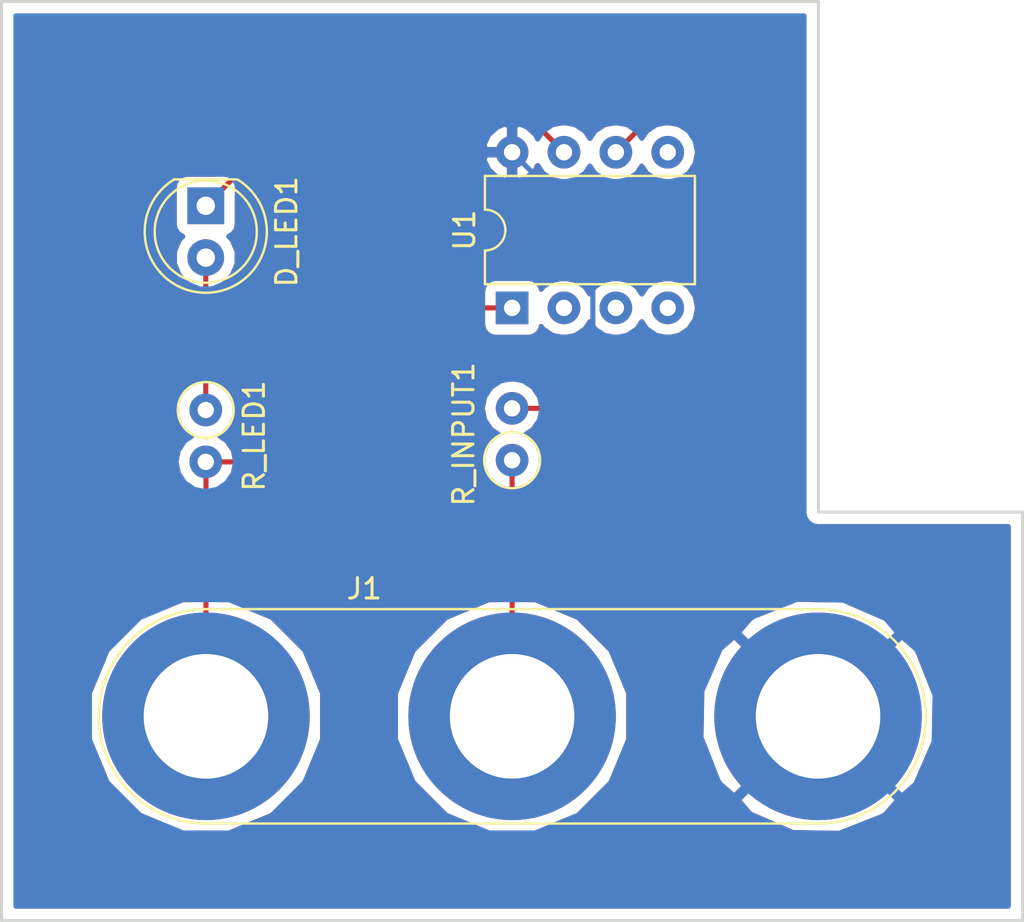
<source format=kicad_pcb>
(kicad_pcb (version 20171130) (host pcbnew "(5.0.1-3-g963ef8bb5)")

  (general
    (thickness 1.6)
    (drawings 6)
    (tracks 18)
    (zones 0)
    (modules 5)
    (nets 11)
  )

  (page A4)
  (title_block
    (title "Layout Schematic Example")
    (rev 0.0.1)
    (company "IEEE UCI")
    (comment 1 "Josue Galeas")
  )

  (layers
    (0 F.Cu signal)
    (31 B.Cu signal)
    (32 B.Adhes user)
    (33 F.Adhes user)
    (34 B.Paste user)
    (35 F.Paste user)
    (36 B.SilkS user)
    (37 F.SilkS user)
    (38 B.Mask user)
    (39 F.Mask user)
    (40 Dwgs.User user)
    (41 Cmts.User user)
    (42 Eco1.User user)
    (43 Eco2.User user)
    (44 Edge.Cuts user)
    (45 Margin user)
    (46 B.CrtYd user)
    (47 F.CrtYd user)
    (48 B.Fab user)
    (49 F.Fab user)
  )

  (setup
    (last_trace_width 0.25)
    (trace_clearance 0.2)
    (zone_clearance 0.508)
    (zone_45_only no)
    (trace_min 0.2)
    (segment_width 0.2)
    (edge_width 0.15)
    (via_size 0.8)
    (via_drill 0.4)
    (via_min_size 0.4)
    (via_min_drill 0.3)
    (uvia_size 0.3)
    (uvia_drill 0.1)
    (uvias_allowed no)
    (uvia_min_size 0.2)
    (uvia_min_drill 0.1)
    (pcb_text_width 0.3)
    (pcb_text_size 1.5 1.5)
    (mod_edge_width 0.15)
    (mod_text_size 1 1)
    (mod_text_width 0.15)
    (pad_size 1.524 1.524)
    (pad_drill 0.762)
    (pad_to_mask_clearance 0.051)
    (solder_mask_min_width 0.25)
    (aux_axis_origin 0 0)
    (visible_elements FFFFFF7F)
    (pcbplotparams
      (layerselection 0x010fc_ffffffff)
      (usegerberextensions false)
      (usegerberattributes false)
      (usegerberadvancedattributes false)
      (creategerberjobfile false)
      (excludeedgelayer true)
      (linewidth 0.100000)
      (plotframeref false)
      (viasonmask false)
      (mode 1)
      (useauxorigin false)
      (hpglpennumber 1)
      (hpglpenspeed 20)
      (hpglpendiameter 15.000000)
      (psnegative false)
      (psa4output false)
      (plotreference true)
      (plotvalue true)
      (plotinvisibletext false)
      (padsonsilk false)
      (subtractmaskfromsilk false)
      (outputformat 1)
      (mirror false)
      (drillshape 0)
      (scaleselection 1)
      (outputdirectory "GerberFiles/"))
  )

  (net 0 "")
  (net 1 "Net-(D_LED1-Pad1)")
  (net 2 "Net-(D_LED1-Pad2)")
  (net 3 VCC)
  (net 4 GND)
  (net 5 "Net-(J1-Pad2)")
  (net 6 /Input)
  (net 7 "Net-(U1-Pad5)")
  (net 8 "Net-(U1-Pad2)")
  (net 9 "Net-(U1-Pad3)")
  (net 10 "Net-(U1-Pad4)")

  (net_class Default "This is the default net class."
    (clearance 0.2)
    (trace_width 0.25)
    (via_dia 0.8)
    (via_drill 0.4)
    (uvia_dia 0.3)
    (uvia_drill 0.1)
    (add_net /Input)
    (add_net GND)
    (add_net "Net-(D_LED1-Pad1)")
    (add_net "Net-(D_LED1-Pad2)")
    (add_net "Net-(J1-Pad2)")
    (add_net "Net-(U1-Pad2)")
    (add_net "Net-(U1-Pad3)")
    (add_net "Net-(U1-Pad4)")
    (add_net "Net-(U1-Pad5)")
    (add_net VCC)
  )

  (module LED_THT:LED_D5.0mm (layer F.Cu) (tedit 5995936A) (tstamp 5C09E3D8)
    (at 130 100 270)
    (descr "LED, diameter 5.0mm, 2 pins, http://cdn-reichelt.de/documents/datenblatt/A500/LL-504BC2E-009.pdf")
    (tags "LED diameter 5.0mm 2 pins")
    (path /5BFD8090)
    (fp_text reference D_LED1 (at 1.27 -3.96 270) (layer F.SilkS)
      (effects (font (size 1 1) (thickness 0.15)))
    )
    (fp_text value LED (at 1.27 3.96 270) (layer F.Fab)
      (effects (font (size 1 1) (thickness 0.15)))
    )
    (fp_arc (start 1.27 0) (end -1.23 -1.469694) (angle 299.1) (layer F.Fab) (width 0.1))
    (fp_arc (start 1.27 0) (end -1.29 -1.54483) (angle 148.9) (layer F.SilkS) (width 0.12))
    (fp_arc (start 1.27 0) (end -1.29 1.54483) (angle -148.9) (layer F.SilkS) (width 0.12))
    (fp_circle (center 1.27 0) (end 3.77 0) (layer F.Fab) (width 0.1))
    (fp_circle (center 1.27 0) (end 3.77 0) (layer F.SilkS) (width 0.12))
    (fp_line (start -1.23 -1.469694) (end -1.23 1.469694) (layer F.Fab) (width 0.1))
    (fp_line (start -1.29 -1.545) (end -1.29 1.545) (layer F.SilkS) (width 0.12))
    (fp_line (start -1.95 -3.25) (end -1.95 3.25) (layer F.CrtYd) (width 0.05))
    (fp_line (start -1.95 3.25) (end 4.5 3.25) (layer F.CrtYd) (width 0.05))
    (fp_line (start 4.5 3.25) (end 4.5 -3.25) (layer F.CrtYd) (width 0.05))
    (fp_line (start 4.5 -3.25) (end -1.95 -3.25) (layer F.CrtYd) (width 0.05))
    (fp_text user %R (at 1.25 0 270) (layer F.Fab)
      (effects (font (size 0.8 0.8) (thickness 0.2)))
    )
    (pad 1 thru_hole rect (at 0 0 270) (size 1.8 1.8) (drill 0.9) (layers *.Cu *.Mask)
      (net 1 "Net-(D_LED1-Pad1)"))
    (pad 2 thru_hole circle (at 2.54 0 270) (size 1.8 1.8) (drill 0.9) (layers *.Cu *.Mask)
      (net 2 "Net-(D_LED1-Pad2)"))
    (model ${KISYS3DMOD}/LED_THT.3dshapes/LED_D5.0mm.wrl
      (at (xyz 0 0 0))
      (scale (xyz 1 1 1))
      (rotate (xyz 0 0 0))
    )
  )

  (module Connector:Banana_Jack_3Pin (layer F.Cu) (tedit 5A1AB217) (tstamp 5C09E3EE)
    (at 130.01 125)
    (descr "Triple banana socket, footprint - 3 x 6mm drills")
    (tags "banana socket")
    (path /5BFD9658)
    (fp_text reference J1 (at 7.75 -6.25) (layer F.SilkS)
      (effects (font (size 1 1) (thickness 0.15)))
    )
    (fp_text value Conn_01x03_Female (at 22.5 -6.25) (layer F.Fab)
      (effects (font (size 1 1) (thickness 0.15)))
    )
    (fp_text user %R (at 14.99 0) (layer F.Fab)
      (effects (font (size 0.8 0.8) (thickness 0.12)))
    )
    (fp_line (start 30 5.5) (end 0 5.5) (layer F.CrtYd) (width 0.05))
    (fp_line (start 0 -5.5) (end 30 -5.5) (layer F.CrtYd) (width 0.05))
    (fp_line (start 0 5.25) (end 30 5.25) (layer F.SilkS) (width 0.12))
    (fp_line (start 30 -5.25) (end 0 -5.25) (layer F.SilkS) (width 0.12))
    (fp_circle (center 30 0) (end 30 -2) (layer F.Fab) (width 0.1))
    (fp_circle (center 30 0) (end 30 -4.75) (layer F.Fab) (width 0.1))
    (fp_circle (center 15 0) (end 19.75 0) (layer F.Fab) (width 0.1))
    (fp_circle (center 15 0) (end 17 0) (layer F.Fab) (width 0.1))
    (fp_circle (center 0 0) (end 4.75 0) (layer F.Fab) (width 0.1))
    (fp_circle (center 0 0) (end 2 0) (layer F.Fab) (width 0.1))
    (fp_arc (start 0 0) (end 0 5.5) (angle 180) (layer F.CrtYd) (width 0.05))
    (fp_arc (start 30 0) (end 30 -5.5) (angle 180) (layer F.CrtYd) (width 0.05))
    (fp_arc (start 30 0) (end 30 -5.25) (angle 180) (layer F.SilkS) (width 0.12))
    (fp_arc (start 0 0) (end 0 5.25) (angle 180) (layer F.SilkS) (width 0.12))
    (pad 1 thru_hole circle (at 0 0) (size 10.16 10.16) (drill 6.1) (layers *.Cu *.Mask)
      (net 3 VCC))
    (pad 3 thru_hole circle (at 29.97 0) (size 10.16 10.16) (drill 6.1) (layers *.Cu *.Mask)
      (net 4 GND))
    (pad 2 thru_hole circle (at 14.99 0) (size 10.16 10.16) (drill 6.1) (layers *.Cu *.Mask)
      (net 5 "Net-(J1-Pad2)"))
    (model ${KISYS3DMOD}/Connector.3dshapes/Banana_Jack_3Pin.wrl
      (offset (xyz 14.9999997746626 0 0))
      (scale (xyz 2 2 2))
      (rotate (xyz 0 0 0))
    )
  )

  (module Resistor_THT:R_Axial_DIN0207_L6.3mm_D2.5mm_P2.54mm_Vertical (layer F.Cu) (tedit 5AE5139B) (tstamp 5C09E7FD)
    (at 145 112.46 90)
    (descr "Resistor, Axial_DIN0207 series, Axial, Vertical, pin pitch=2.54mm, 0.25W = 1/4W, length*diameter=6.3*2.5mm^2, http://cdn-reichelt.de/documents/datenblatt/B400/1_4W%23YAG.pdf")
    (tags "Resistor Axial_DIN0207 series Axial Vertical pin pitch 2.54mm 0.25W = 1/4W length 6.3mm diameter 2.5mm")
    (path /5BFD81E4)
    (fp_text reference R_INPUT1 (at 1.27 -2.37 90) (layer F.SilkS)
      (effects (font (size 1 1) (thickness 0.15)))
    )
    (fp_text value 100 (at 1.27 2.37 90) (layer F.Fab)
      (effects (font (size 1 1) (thickness 0.15)))
    )
    (fp_text user %R (at 1.27 -2.37 90) (layer F.Fab)
      (effects (font (size 1 1) (thickness 0.15)))
    )
    (fp_line (start 3.59 -1.5) (end -1.5 -1.5) (layer F.CrtYd) (width 0.05))
    (fp_line (start 3.59 1.5) (end 3.59 -1.5) (layer F.CrtYd) (width 0.05))
    (fp_line (start -1.5 1.5) (end 3.59 1.5) (layer F.CrtYd) (width 0.05))
    (fp_line (start -1.5 -1.5) (end -1.5 1.5) (layer F.CrtYd) (width 0.05))
    (fp_line (start 1.37 0) (end 1.44 0) (layer F.SilkS) (width 0.12))
    (fp_line (start 0 0) (end 2.54 0) (layer F.Fab) (width 0.1))
    (fp_circle (center 0 0) (end 1.37 0) (layer F.SilkS) (width 0.12))
    (fp_circle (center 0 0) (end 1.25 0) (layer F.Fab) (width 0.1))
    (pad 2 thru_hole oval (at 2.54 0 90) (size 1.6 1.6) (drill 0.8) (layers *.Cu *.Mask)
      (net 6 /Input))
    (pad 1 thru_hole circle (at 0 0 90) (size 1.6 1.6) (drill 0.8) (layers *.Cu *.Mask)
      (net 5 "Net-(J1-Pad2)"))
    (model ${KISYS3DMOD}/Resistor_THT.3dshapes/R_Axial_DIN0207_L6.3mm_D2.5mm_P2.54mm_Vertical.wrl
      (at (xyz 0 0 0))
      (scale (xyz 1 1 1))
      (rotate (xyz 0 0 0))
    )
  )

  (module Resistor_THT:R_Axial_DIN0207_L6.3mm_D2.5mm_P2.54mm_Vertical (layer F.Cu) (tedit 5AE5139B) (tstamp 5C09E40C)
    (at 130 110 270)
    (descr "Resistor, Axial_DIN0207 series, Axial, Vertical, pin pitch=2.54mm, 0.25W = 1/4W, length*diameter=6.3*2.5mm^2, http://cdn-reichelt.de/documents/datenblatt/B400/1_4W%23YAG.pdf")
    (tags "Resistor Axial_DIN0207 series Axial Vertical pin pitch 2.54mm 0.25W = 1/4W length 6.3mm diameter 2.5mm")
    (path /5BFD8178)
    (fp_text reference R_LED1 (at 1.27 -2.37 270) (layer F.SilkS)
      (effects (font (size 1 1) (thickness 0.15)))
    )
    (fp_text value 1k (at 1.27 2.37 270) (layer F.Fab)
      (effects (font (size 1 1) (thickness 0.15)))
    )
    (fp_circle (center 0 0) (end 1.25 0) (layer F.Fab) (width 0.1))
    (fp_circle (center 0 0) (end 1.37 0) (layer F.SilkS) (width 0.12))
    (fp_line (start 0 0) (end 2.54 0) (layer F.Fab) (width 0.1))
    (fp_line (start 1.37 0) (end 1.44 0) (layer F.SilkS) (width 0.12))
    (fp_line (start -1.5 -1.5) (end -1.5 1.5) (layer F.CrtYd) (width 0.05))
    (fp_line (start -1.5 1.5) (end 3.59 1.5) (layer F.CrtYd) (width 0.05))
    (fp_line (start 3.59 1.5) (end 3.59 -1.5) (layer F.CrtYd) (width 0.05))
    (fp_line (start 3.59 -1.5) (end -1.5 -1.5) (layer F.CrtYd) (width 0.05))
    (fp_text user %R (at 1.27 -2.37 270) (layer F.Fab)
      (effects (font (size 1 1) (thickness 0.15)))
    )
    (pad 1 thru_hole circle (at 0 0 270) (size 1.6 1.6) (drill 0.8) (layers *.Cu *.Mask)
      (net 2 "Net-(D_LED1-Pad2)"))
    (pad 2 thru_hole oval (at 2.54 0 270) (size 1.6 1.6) (drill 0.8) (layers *.Cu *.Mask)
      (net 3 VCC))
    (model ${KISYS3DMOD}/Resistor_THT.3dshapes/R_Axial_DIN0207_L6.3mm_D2.5mm_P2.54mm_Vertical.wrl
      (at (xyz 0 0 0))
      (scale (xyz 1 1 1))
      (rotate (xyz 0 0 0))
    )
  )

  (module Package_DIP:DIP-8_W7.62mm (layer F.Cu) (tedit 5A02E8C5) (tstamp 5C09E9BA)
    (at 145 105 90)
    (descr "8-lead though-hole mounted DIP package, row spacing 7.62 mm (300 mils)")
    (tags "THT DIP DIL PDIP 2.54mm 7.62mm 300mil")
    (path /5BFD7EE7)
    (fp_text reference U1 (at 3.81 -2.33 90) (layer F.SilkS)
      (effects (font (size 1 1) (thickness 0.15)))
    )
    (fp_text value PIC12C508A-ISN (at 3.81 9.95 90) (layer F.Fab)
      (effects (font (size 1 1) (thickness 0.15)))
    )
    (fp_arc (start 3.81 -1.33) (end 2.81 -1.33) (angle -180) (layer F.SilkS) (width 0.12))
    (fp_line (start 1.635 -1.27) (end 6.985 -1.27) (layer F.Fab) (width 0.1))
    (fp_line (start 6.985 -1.27) (end 6.985 8.89) (layer F.Fab) (width 0.1))
    (fp_line (start 6.985 8.89) (end 0.635 8.89) (layer F.Fab) (width 0.1))
    (fp_line (start 0.635 8.89) (end 0.635 -0.27) (layer F.Fab) (width 0.1))
    (fp_line (start 0.635 -0.27) (end 1.635 -1.27) (layer F.Fab) (width 0.1))
    (fp_line (start 2.81 -1.33) (end 1.16 -1.33) (layer F.SilkS) (width 0.12))
    (fp_line (start 1.16 -1.33) (end 1.16 8.95) (layer F.SilkS) (width 0.12))
    (fp_line (start 1.16 8.95) (end 6.46 8.95) (layer F.SilkS) (width 0.12))
    (fp_line (start 6.46 8.95) (end 6.46 -1.33) (layer F.SilkS) (width 0.12))
    (fp_line (start 6.46 -1.33) (end 4.81 -1.33) (layer F.SilkS) (width 0.12))
    (fp_line (start -1.1 -1.55) (end -1.1 9.15) (layer F.CrtYd) (width 0.05))
    (fp_line (start -1.1 9.15) (end 8.7 9.15) (layer F.CrtYd) (width 0.05))
    (fp_line (start 8.7 9.15) (end 8.7 -1.55) (layer F.CrtYd) (width 0.05))
    (fp_line (start 8.7 -1.55) (end -1.1 -1.55) (layer F.CrtYd) (width 0.05))
    (fp_text user %R (at 3.81 3.81 90) (layer F.Fab)
      (effects (font (size 1 1) (thickness 0.15)))
    )
    (pad 1 thru_hole rect (at 0 0 90) (size 1.6 1.6) (drill 0.8) (layers *.Cu *.Mask)
      (net 3 VCC))
    (pad 5 thru_hole oval (at 7.62 7.62 90) (size 1.6 1.6) (drill 0.8) (layers *.Cu *.Mask)
      (net 7 "Net-(U1-Pad5)"))
    (pad 2 thru_hole oval (at 0 2.54 90) (size 1.6 1.6) (drill 0.8) (layers *.Cu *.Mask)
      (net 8 "Net-(U1-Pad2)"))
    (pad 6 thru_hole oval (at 7.62 5.08 90) (size 1.6 1.6) (drill 0.8) (layers *.Cu *.Mask)
      (net 6 /Input))
    (pad 3 thru_hole oval (at 0 5.08 90) (size 1.6 1.6) (drill 0.8) (layers *.Cu *.Mask)
      (net 9 "Net-(U1-Pad3)"))
    (pad 7 thru_hole oval (at 7.62 2.54 90) (size 1.6 1.6) (drill 0.8) (layers *.Cu *.Mask)
      (net 1 "Net-(D_LED1-Pad1)"))
    (pad 4 thru_hole oval (at 0 7.62 90) (size 1.6 1.6) (drill 0.8) (layers *.Cu *.Mask)
      (net 10 "Net-(U1-Pad4)"))
    (pad 8 thru_hole oval (at 7.62 0 90) (size 1.6 1.6) (drill 0.8) (layers *.Cu *.Mask)
      (net 4 GND))
    (model ${KISYS3DMOD}/Package_DIP.3dshapes/DIP-8_W7.62mm.wrl
      (at (xyz 0 0 0))
      (scale (xyz 1 1 1))
      (rotate (xyz 0 0 0))
    )
  )

  (gr_line (start 170 135) (end 120 135) (layer Edge.Cuts) (width 0.15))
  (gr_line (start 170 115) (end 170 135) (layer Edge.Cuts) (width 0.15))
  (gr_line (start 160 115) (end 170 115) (layer Edge.Cuts) (width 0.15))
  (gr_line (start 160 90) (end 160 115) (layer Edge.Cuts) (width 0.15))
  (gr_line (start 120 90) (end 160 90) (layer Edge.Cuts) (width 0.15))
  (gr_line (start 120 135) (end 120 90) (layer Edge.Cuts) (width 0.15))

  (segment (start 145.16 95) (end 147.54 97.38) (width 0.25) (layer F.Cu) (net 1))
  (segment (start 135 95) (end 145.16 95) (width 0.25) (layer F.Cu) (net 1))
  (segment (start 130 100) (end 135 95) (width 0.25) (layer F.Cu) (net 1))
  (segment (start 130 110) (end 130 102.54) (width 0.25) (layer F.Cu) (net 2))
  (segment (start 130.01 112.55) (end 130 112.54) (width 0.25) (layer F.Cu) (net 3))
  (segment (start 130.01 125) (end 130.01 112.55) (width 0.25) (layer F.Cu) (net 3))
  (segment (start 130 112.54) (end 132.46 112.54) (width 0.25) (layer F.Cu) (net 3))
  (segment (start 140 105) (end 145 105) (width 0.25) (layer F.Cu) (net 3))
  (segment (start 132.46 112.54) (end 140 105) (width 0.25) (layer F.Cu) (net 3))
  (segment (start 148.954999 101.334999) (end 145 97.38) (width 0.25) (layer B.Cu) (net 4))
  (segment (start 148.954999 113.974999) (end 148.954999 101.334999) (width 0.25) (layer B.Cu) (net 4))
  (segment (start 159.98 125) (end 148.954999 113.974999) (width 0.25) (layer B.Cu) (net 4))
  (segment (start 145 125) (end 145 112.46) (width 0.25) (layer F.Cu) (net 5))
  (segment (start 145 109.92) (end 154.92 109.92) (width 0.25) (layer F.Cu) (net 6))
  (segment (start 154.92 109.92) (end 155 109.84) (width 0.25) (layer F.Cu) (net 6))
  (segment (start 155 109.84) (end 155 95) (width 0.25) (layer F.Cu) (net 6))
  (segment (start 152.46 95) (end 150.08 97.38) (width 0.25) (layer F.Cu) (net 6))
  (segment (start 155 95) (end 152.46 95) (width 0.25) (layer F.Cu) (net 6))

  (zone (net 4) (net_name GND) (layer B.Cu) (tstamp 5C09EC69) (hatch edge 0.508)
    (connect_pads (clearance 0.508))
    (min_thickness 0.254)
    (fill yes (arc_segments 16) (thermal_gap 0.508) (thermal_bridge_width 0.508))
    (polygon
      (pts
        (xy 120 90) (xy 120 135) (xy 170 135) (xy 170 90)
      )
    )
    (filled_polygon
      (pts
        (xy 159.290001 114.930069) (xy 159.276091 115) (xy 159.331195 115.277028) (xy 159.488119 115.511881) (xy 159.722972 115.668805)
        (xy 159.930074 115.71) (xy 159.930075 115.71) (xy 160 115.723909) (xy 160.069926 115.71) (xy 169.29 115.71)
        (xy 169.290001 134.29) (xy 120.71 134.29) (xy 120.71 123.863216) (xy 124.295 123.863216) (xy 124.295 126.136784)
        (xy 125.165057 128.237287) (xy 126.772713 129.844943) (xy 128.873216 130.715) (xy 131.146784 130.715) (xy 133.247287 129.844943)
        (xy 134.854943 128.237287) (xy 135.725 126.136784) (xy 135.725 123.863216) (xy 139.285 123.863216) (xy 139.285 126.136784)
        (xy 140.155057 128.237287) (xy 141.762713 129.844943) (xy 143.863216 130.715) (xy 146.136784 130.715) (xy 148.237287 129.844943)
        (xy 148.985402 129.096828) (xy 156.062777 129.096828) (xy 156.658556 129.787641) (xy 158.743537 130.694265) (xy 161.016758 130.733989)
        (xy 163.132142 129.900765) (xy 163.301444 129.787641) (xy 163.897223 129.096828) (xy 159.98 125.179605) (xy 156.062777 129.096828)
        (xy 148.985402 129.096828) (xy 149.844943 128.237287) (xy 150.715 126.136784) (xy 150.715 126.036758) (xy 154.246011 126.036758)
        (xy 155.079235 128.152142) (xy 155.192359 128.321444) (xy 155.883172 128.917223) (xy 159.800395 125) (xy 160.159605 125)
        (xy 164.076828 128.917223) (xy 164.767641 128.321444) (xy 165.674265 126.236463) (xy 165.713989 123.963242) (xy 164.880765 121.847858)
        (xy 164.767641 121.678556) (xy 164.076828 121.082777) (xy 160.159605 125) (xy 159.800395 125) (xy 155.883172 121.082777)
        (xy 155.192359 121.678556) (xy 154.285735 123.763537) (xy 154.246011 126.036758) (xy 150.715 126.036758) (xy 150.715 123.863216)
        (xy 149.844943 121.762713) (xy 148.985402 120.903172) (xy 156.062777 120.903172) (xy 159.98 124.820395) (xy 163.897223 120.903172)
        (xy 163.301444 120.212359) (xy 161.216463 119.305735) (xy 158.943242 119.266011) (xy 156.827858 120.099235) (xy 156.658556 120.212359)
        (xy 156.062777 120.903172) (xy 148.985402 120.903172) (xy 148.237287 120.155057) (xy 146.136784 119.285) (xy 143.863216 119.285)
        (xy 141.762713 120.155057) (xy 140.155057 121.762713) (xy 139.285 123.863216) (xy 135.725 123.863216) (xy 134.854943 121.762713)
        (xy 133.247287 120.155057) (xy 131.146784 119.285) (xy 128.873216 119.285) (xy 126.772713 120.155057) (xy 125.165057 121.762713)
        (xy 124.295 123.863216) (xy 120.71 123.863216) (xy 120.71 112.54) (xy 128.536887 112.54) (xy 128.64826 113.099909)
        (xy 128.965423 113.574577) (xy 129.440091 113.89174) (xy 129.858667 113.975) (xy 130.141333 113.975) (xy 130.559909 113.89174)
        (xy 131.034577 113.574577) (xy 131.35174 113.099909) (xy 131.463113 112.54) (xy 131.35174 111.980091) (xy 131.034577 111.505423)
        (xy 130.682832 111.270394) (xy 130.812862 111.216534) (xy 131.216534 110.812862) (xy 131.435 110.285439) (xy 131.435 109.92)
        (xy 143.536887 109.92) (xy 143.64826 110.479909) (xy 143.965423 110.954577) (xy 144.317168 111.189606) (xy 144.187138 111.243466)
        (xy 143.783466 111.647138) (xy 143.565 112.174561) (xy 143.565 112.745439) (xy 143.783466 113.272862) (xy 144.187138 113.676534)
        (xy 144.714561 113.895) (xy 145.285439 113.895) (xy 145.812862 113.676534) (xy 146.216534 113.272862) (xy 146.435 112.745439)
        (xy 146.435 112.174561) (xy 146.216534 111.647138) (xy 145.812862 111.243466) (xy 145.682832 111.189606) (xy 146.034577 110.954577)
        (xy 146.35174 110.479909) (xy 146.463113 109.92) (xy 146.35174 109.360091) (xy 146.034577 108.885423) (xy 145.559909 108.56826)
        (xy 145.141333 108.485) (xy 144.858667 108.485) (xy 144.440091 108.56826) (xy 143.965423 108.885423) (xy 143.64826 109.360091)
        (xy 143.536887 109.92) (xy 131.435 109.92) (xy 131.435 109.714561) (xy 131.216534 109.187138) (xy 130.812862 108.783466)
        (xy 130.285439 108.565) (xy 129.714561 108.565) (xy 129.187138 108.783466) (xy 128.783466 109.187138) (xy 128.565 109.714561)
        (xy 128.565 110.285439) (xy 128.783466 110.812862) (xy 129.187138 111.216534) (xy 129.317168 111.270394) (xy 128.965423 111.505423)
        (xy 128.64826 111.980091) (xy 128.536887 112.54) (xy 120.71 112.54) (xy 120.71 104.2) (xy 143.55256 104.2)
        (xy 143.55256 105.8) (xy 143.601843 106.047765) (xy 143.742191 106.257809) (xy 143.952235 106.398157) (xy 144.2 106.44744)
        (xy 145.8 106.44744) (xy 146.047765 106.398157) (xy 146.257809 106.257809) (xy 146.398157 106.047765) (xy 146.424785 105.913894)
        (xy 146.505423 106.034577) (xy 146.980091 106.35174) (xy 147.398667 106.435) (xy 147.681333 106.435) (xy 148.099909 106.35174)
        (xy 148.574577 106.034577) (xy 148.81 105.682242) (xy 149.045423 106.034577) (xy 149.520091 106.35174) (xy 149.938667 106.435)
        (xy 150.221333 106.435) (xy 150.639909 106.35174) (xy 151.114577 106.034577) (xy 151.35 105.682242) (xy 151.585423 106.034577)
        (xy 152.060091 106.35174) (xy 152.478667 106.435) (xy 152.761333 106.435) (xy 153.179909 106.35174) (xy 153.654577 106.034577)
        (xy 153.97174 105.559909) (xy 154.083113 105) (xy 153.97174 104.440091) (xy 153.654577 103.965423) (xy 153.179909 103.64826)
        (xy 152.761333 103.565) (xy 152.478667 103.565) (xy 152.060091 103.64826) (xy 151.585423 103.965423) (xy 151.35 104.317758)
        (xy 151.114577 103.965423) (xy 150.639909 103.64826) (xy 150.221333 103.565) (xy 149.938667 103.565) (xy 149.520091 103.64826)
        (xy 149.045423 103.965423) (xy 148.81 104.317758) (xy 148.574577 103.965423) (xy 148.099909 103.64826) (xy 147.681333 103.565)
        (xy 147.398667 103.565) (xy 146.980091 103.64826) (xy 146.505423 103.965423) (xy 146.424785 104.086106) (xy 146.398157 103.952235)
        (xy 146.257809 103.742191) (xy 146.047765 103.601843) (xy 145.8 103.55256) (xy 144.2 103.55256) (xy 143.952235 103.601843)
        (xy 143.742191 103.742191) (xy 143.601843 103.952235) (xy 143.55256 104.2) (xy 120.71 104.2) (xy 120.71 99.1)
        (xy 128.45256 99.1) (xy 128.45256 100.9) (xy 128.501843 101.147765) (xy 128.642191 101.357809) (xy 128.852235 101.498157)
        (xy 128.867908 101.501275) (xy 128.69869 101.670493) (xy 128.465 102.23467) (xy 128.465 102.84533) (xy 128.69869 103.409507)
        (xy 129.130493 103.84131) (xy 129.69467 104.075) (xy 130.30533 104.075) (xy 130.869507 103.84131) (xy 131.30131 103.409507)
        (xy 131.535 102.84533) (xy 131.535 102.23467) (xy 131.30131 101.670493) (xy 131.132092 101.501275) (xy 131.147765 101.498157)
        (xy 131.357809 101.357809) (xy 131.498157 101.147765) (xy 131.54744 100.9) (xy 131.54744 99.1) (xy 131.498157 98.852235)
        (xy 131.357809 98.642191) (xy 131.147765 98.501843) (xy 130.9 98.45256) (xy 129.1 98.45256) (xy 128.852235 98.501843)
        (xy 128.642191 98.642191) (xy 128.501843 98.852235) (xy 128.45256 99.1) (xy 120.71 99.1) (xy 120.71 97.729041)
        (xy 143.608086 97.729041) (xy 143.847611 98.235134) (xy 144.262577 98.611041) (xy 144.650961 98.771904) (xy 144.873 98.649915)
        (xy 144.873 97.507) (xy 143.729371 97.507) (xy 143.608086 97.729041) (xy 120.71 97.729041) (xy 120.71 97.030959)
        (xy 143.608086 97.030959) (xy 143.729371 97.253) (xy 144.873 97.253) (xy 144.873 96.110085) (xy 145.127 96.110085)
        (xy 145.127 97.253) (xy 145.147 97.253) (xy 145.147 97.507) (xy 145.127 97.507) (xy 145.127 98.649915)
        (xy 145.349039 98.771904) (xy 145.737423 98.611041) (xy 146.152389 98.235134) (xy 146.249053 98.030892) (xy 146.505423 98.414577)
        (xy 146.980091 98.73174) (xy 147.398667 98.815) (xy 147.681333 98.815) (xy 148.099909 98.73174) (xy 148.574577 98.414577)
        (xy 148.81 98.062242) (xy 149.045423 98.414577) (xy 149.520091 98.73174) (xy 149.938667 98.815) (xy 150.221333 98.815)
        (xy 150.639909 98.73174) (xy 151.114577 98.414577) (xy 151.35 98.062242) (xy 151.585423 98.414577) (xy 152.060091 98.73174)
        (xy 152.478667 98.815) (xy 152.761333 98.815) (xy 153.179909 98.73174) (xy 153.654577 98.414577) (xy 153.97174 97.939909)
        (xy 154.083113 97.38) (xy 153.97174 96.820091) (xy 153.654577 96.345423) (xy 153.179909 96.02826) (xy 152.761333 95.945)
        (xy 152.478667 95.945) (xy 152.060091 96.02826) (xy 151.585423 96.345423) (xy 151.35 96.697758) (xy 151.114577 96.345423)
        (xy 150.639909 96.02826) (xy 150.221333 95.945) (xy 149.938667 95.945) (xy 149.520091 96.02826) (xy 149.045423 96.345423)
        (xy 148.81 96.697758) (xy 148.574577 96.345423) (xy 148.099909 96.02826) (xy 147.681333 95.945) (xy 147.398667 95.945)
        (xy 146.980091 96.02826) (xy 146.505423 96.345423) (xy 146.249053 96.729108) (xy 146.152389 96.524866) (xy 145.737423 96.148959)
        (xy 145.349039 95.988096) (xy 145.127 96.110085) (xy 144.873 96.110085) (xy 144.650961 95.988096) (xy 144.262577 96.148959)
        (xy 143.847611 96.524866) (xy 143.608086 97.030959) (xy 120.71 97.030959) (xy 120.71 90.71) (xy 159.29 90.71)
      )
    )
  )
  (zone (net 4) (net_name GND) (layer F.Cu) (tstamp 0) (hatch edge 0.508)
    (connect_pads (clearance 0.508))
    (min_thickness 0.254)
    (fill yes (arc_segments 16) (thermal_gap 0.508) (thermal_bridge_width 0.508))
    (polygon
      (pts
        (xy 170 90) (xy 170 135) (xy 120 135) (xy 120 90)
      )
    )
    (filled_polygon
      (pts
        (xy 159.290001 114.930069) (xy 159.276091 115) (xy 159.331195 115.277028) (xy 159.488119 115.511881) (xy 159.722972 115.668805)
        (xy 159.930074 115.71) (xy 159.930075 115.71) (xy 160 115.723909) (xy 160.069926 115.71) (xy 169.29 115.71)
        (xy 169.290001 134.29) (xy 120.71 134.29) (xy 120.71 123.863216) (xy 124.295 123.863216) (xy 124.295 126.136784)
        (xy 125.165057 128.237287) (xy 126.772713 129.844943) (xy 128.873216 130.715) (xy 131.146784 130.715) (xy 133.247287 129.844943)
        (xy 134.854943 128.237287) (xy 135.725 126.136784) (xy 135.725 123.863216) (xy 134.854943 121.762713) (xy 133.247287 120.155057)
        (xy 131.146784 119.285) (xy 130.77 119.285) (xy 130.77 113.751362) (xy 131.034577 113.574577) (xy 131.218043 113.3)
        (xy 132.385153 113.3) (xy 132.46 113.314888) (xy 132.534847 113.3) (xy 132.534852 113.3) (xy 132.756537 113.255904)
        (xy 133.007929 113.087929) (xy 133.050331 113.02447) (xy 140.314802 105.76) (xy 143.55256 105.76) (xy 143.55256 105.8)
        (xy 143.601843 106.047765) (xy 143.742191 106.257809) (xy 143.952235 106.398157) (xy 144.2 106.44744) (xy 145.8 106.44744)
        (xy 146.047765 106.398157) (xy 146.257809 106.257809) (xy 146.398157 106.047765) (xy 146.424785 105.913894) (xy 146.505423 106.034577)
        (xy 146.980091 106.35174) (xy 147.398667 106.435) (xy 147.681333 106.435) (xy 148.099909 106.35174) (xy 148.574577 106.034577)
        (xy 148.81 105.682242) (xy 149.045423 106.034577) (xy 149.520091 106.35174) (xy 149.938667 106.435) (xy 150.221333 106.435)
        (xy 150.639909 106.35174) (xy 151.114577 106.034577) (xy 151.35 105.682242) (xy 151.585423 106.034577) (xy 152.060091 106.35174)
        (xy 152.478667 106.435) (xy 152.761333 106.435) (xy 153.179909 106.35174) (xy 153.654577 106.034577) (xy 153.97174 105.559909)
        (xy 154.083113 105) (xy 153.97174 104.440091) (xy 153.654577 103.965423) (xy 153.179909 103.64826) (xy 152.761333 103.565)
        (xy 152.478667 103.565) (xy 152.060091 103.64826) (xy 151.585423 103.965423) (xy 151.35 104.317758) (xy 151.114577 103.965423)
        (xy 150.639909 103.64826) (xy 150.221333 103.565) (xy 149.938667 103.565) (xy 149.520091 103.64826) (xy 149.045423 103.965423)
        (xy 148.81 104.317758) (xy 148.574577 103.965423) (xy 148.099909 103.64826) (xy 147.681333 103.565) (xy 147.398667 103.565)
        (xy 146.980091 103.64826) (xy 146.505423 103.965423) (xy 146.424785 104.086106) (xy 146.398157 103.952235) (xy 146.257809 103.742191)
        (xy 146.047765 103.601843) (xy 145.8 103.55256) (xy 144.2 103.55256) (xy 143.952235 103.601843) (xy 143.742191 103.742191)
        (xy 143.601843 103.952235) (xy 143.55256 104.2) (xy 143.55256 104.24) (xy 140.074846 104.24) (xy 139.999999 104.225112)
        (xy 139.925152 104.24) (xy 139.925148 104.24) (xy 139.703463 104.284096) (xy 139.452071 104.452071) (xy 139.409671 104.515527)
        (xy 132.145199 111.78) (xy 131.218043 111.78) (xy 131.034577 111.505423) (xy 130.682832 111.270394) (xy 130.812862 111.216534)
        (xy 131.216534 110.812862) (xy 131.435 110.285439) (xy 131.435 109.714561) (xy 131.216534 109.187138) (xy 130.812862 108.783466)
        (xy 130.76 108.76157) (xy 130.76 103.886669) (xy 130.869507 103.84131) (xy 131.30131 103.409507) (xy 131.535 102.84533)
        (xy 131.535 102.23467) (xy 131.30131 101.670493) (xy 131.132092 101.501275) (xy 131.147765 101.498157) (xy 131.357809 101.357809)
        (xy 131.498157 101.147765) (xy 131.54744 100.9) (xy 131.54744 99.527361) (xy 133.34576 97.729041) (xy 143.608086 97.729041)
        (xy 143.847611 98.235134) (xy 144.262577 98.611041) (xy 144.650961 98.771904) (xy 144.873 98.649915) (xy 144.873 97.507)
        (xy 143.729371 97.507) (xy 143.608086 97.729041) (xy 133.34576 97.729041) (xy 134.043842 97.030959) (xy 143.608086 97.030959)
        (xy 143.729371 97.253) (xy 144.873 97.253) (xy 144.873 96.110085) (xy 144.650961 95.988096) (xy 144.262577 96.148959)
        (xy 143.847611 96.524866) (xy 143.608086 97.030959) (xy 134.043842 97.030959) (xy 135.314802 95.76) (xy 144.845199 95.76)
        (xy 145.171071 96.085872) (xy 145.127 96.110085) (xy 145.127 97.253) (xy 145.147 97.253) (xy 145.147 97.507)
        (xy 145.127 97.507) (xy 145.127 98.649915) (xy 145.349039 98.771904) (xy 145.737423 98.611041) (xy 146.152389 98.235134)
        (xy 146.249053 98.030892) (xy 146.505423 98.414577) (xy 146.980091 98.73174) (xy 147.398667 98.815) (xy 147.681333 98.815)
        (xy 148.099909 98.73174) (xy 148.574577 98.414577) (xy 148.81 98.062242) (xy 149.045423 98.414577) (xy 149.520091 98.73174)
        (xy 149.938667 98.815) (xy 150.221333 98.815) (xy 150.639909 98.73174) (xy 151.114577 98.414577) (xy 151.35 98.062242)
        (xy 151.585423 98.414577) (xy 152.060091 98.73174) (xy 152.478667 98.815) (xy 152.761333 98.815) (xy 153.179909 98.73174)
        (xy 153.654577 98.414577) (xy 153.97174 97.939909) (xy 154.083113 97.38) (xy 153.97174 96.820091) (xy 153.654577 96.345423)
        (xy 153.179909 96.02826) (xy 152.761333 95.945) (xy 152.589802 95.945) (xy 152.774802 95.76) (xy 154.240001 95.76)
        (xy 154.24 109.16) (xy 146.218043 109.16) (xy 146.034577 108.885423) (xy 145.559909 108.56826) (xy 145.141333 108.485)
        (xy 144.858667 108.485) (xy 144.440091 108.56826) (xy 143.965423 108.885423) (xy 143.64826 109.360091) (xy 143.536887 109.92)
        (xy 143.64826 110.479909) (xy 143.965423 110.954577) (xy 144.317168 111.189606) (xy 144.187138 111.243466) (xy 143.783466 111.647138)
        (xy 143.565 112.174561) (xy 143.565 112.745439) (xy 143.783466 113.272862) (xy 144.187138 113.676534) (xy 144.240001 113.698431)
        (xy 144.24 119.285) (xy 143.863216 119.285) (xy 141.762713 120.155057) (xy 140.155057 121.762713) (xy 139.285 123.863216)
        (xy 139.285 126.136784) (xy 140.155057 128.237287) (xy 141.762713 129.844943) (xy 143.863216 130.715) (xy 146.136784 130.715)
        (xy 148.237287 129.844943) (xy 148.985402 129.096828) (xy 156.062777 129.096828) (xy 156.658556 129.787641) (xy 158.743537 130.694265)
        (xy 161.016758 130.733989) (xy 163.132142 129.900765) (xy 163.301444 129.787641) (xy 163.897223 129.096828) (xy 159.98 125.179605)
        (xy 156.062777 129.096828) (xy 148.985402 129.096828) (xy 149.844943 128.237287) (xy 150.715 126.136784) (xy 150.715 126.036758)
        (xy 154.246011 126.036758) (xy 155.079235 128.152142) (xy 155.192359 128.321444) (xy 155.883172 128.917223) (xy 159.800395 125)
        (xy 160.159605 125) (xy 164.076828 128.917223) (xy 164.767641 128.321444) (xy 165.674265 126.236463) (xy 165.713989 123.963242)
        (xy 164.880765 121.847858) (xy 164.767641 121.678556) (xy 164.076828 121.082777) (xy 160.159605 125) (xy 159.800395 125)
        (xy 155.883172 121.082777) (xy 155.192359 121.678556) (xy 154.285735 123.763537) (xy 154.246011 126.036758) (xy 150.715 126.036758)
        (xy 150.715 123.863216) (xy 149.844943 121.762713) (xy 148.985402 120.903172) (xy 156.062777 120.903172) (xy 159.98 124.820395)
        (xy 163.897223 120.903172) (xy 163.301444 120.212359) (xy 161.216463 119.305735) (xy 158.943242 119.266011) (xy 156.827858 120.099235)
        (xy 156.658556 120.212359) (xy 156.062777 120.903172) (xy 148.985402 120.903172) (xy 148.237287 120.155057) (xy 146.136784 119.285)
        (xy 145.76 119.285) (xy 145.76 113.69843) (xy 145.812862 113.676534) (xy 146.216534 113.272862) (xy 146.435 112.745439)
        (xy 146.435 112.174561) (xy 146.216534 111.647138) (xy 145.812862 111.243466) (xy 145.682832 111.189606) (xy 146.034577 110.954577)
        (xy 146.218043 110.68) (xy 154.845153 110.68) (xy 154.92 110.694888) (xy 154.994847 110.68) (xy 154.994852 110.68)
        (xy 155.216537 110.635904) (xy 155.467929 110.467929) (xy 155.499973 110.419972) (xy 155.547929 110.387929) (xy 155.715904 110.136537)
        (xy 155.76 109.914852) (xy 155.76 109.914848) (xy 155.774888 109.840001) (xy 155.76 109.765154) (xy 155.76 95.074852)
        (xy 155.774889 95) (xy 155.715904 94.703463) (xy 155.547929 94.452071) (xy 155.296537 94.284096) (xy 155.074852 94.24)
        (xy 155 94.225111) (xy 154.925148 94.24) (xy 152.534846 94.24) (xy 152.459999 94.225112) (xy 152.385152 94.24)
        (xy 152.385148 94.24) (xy 152.163463 94.284096) (xy 151.912071 94.452071) (xy 151.869671 94.515527) (xy 150.403886 95.981312)
        (xy 150.221333 95.945) (xy 149.938667 95.945) (xy 149.520091 96.02826) (xy 149.045423 96.345423) (xy 148.81 96.697758)
        (xy 148.574577 96.345423) (xy 148.099909 96.02826) (xy 147.681333 95.945) (xy 147.398667 95.945) (xy 147.216114 95.981312)
        (xy 145.750331 94.51553) (xy 145.707929 94.452071) (xy 145.456537 94.284096) (xy 145.234852 94.24) (xy 145.234847 94.24)
        (xy 145.16 94.225112) (xy 145.085153 94.24) (xy 135.074848 94.24) (xy 135 94.225112) (xy 134.925152 94.24)
        (xy 134.925148 94.24) (xy 134.751605 94.27452) (xy 134.703462 94.284096) (xy 134.516418 94.409076) (xy 134.452071 94.452071)
        (xy 134.409671 94.515527) (xy 130.472639 98.45256) (xy 129.1 98.45256) (xy 128.852235 98.501843) (xy 128.642191 98.642191)
        (xy 128.501843 98.852235) (xy 128.45256 99.1) (xy 128.45256 100.9) (xy 128.501843 101.147765) (xy 128.642191 101.357809)
        (xy 128.852235 101.498157) (xy 128.867908 101.501275) (xy 128.69869 101.670493) (xy 128.465 102.23467) (xy 128.465 102.84533)
        (xy 128.69869 103.409507) (xy 129.130493 103.84131) (xy 129.240001 103.88667) (xy 129.24 108.76157) (xy 129.187138 108.783466)
        (xy 128.783466 109.187138) (xy 128.565 109.714561) (xy 128.565 110.285439) (xy 128.783466 110.812862) (xy 129.187138 111.216534)
        (xy 129.317168 111.270394) (xy 128.965423 111.505423) (xy 128.64826 111.980091) (xy 128.536887 112.54) (xy 128.64826 113.099909)
        (xy 128.965423 113.574577) (xy 129.250001 113.764726) (xy 129.25 119.285) (xy 128.873216 119.285) (xy 126.772713 120.155057)
        (xy 125.165057 121.762713) (xy 124.295 123.863216) (xy 120.71 123.863216) (xy 120.71 90.71) (xy 159.29 90.71)
      )
    )
  )
)

</source>
